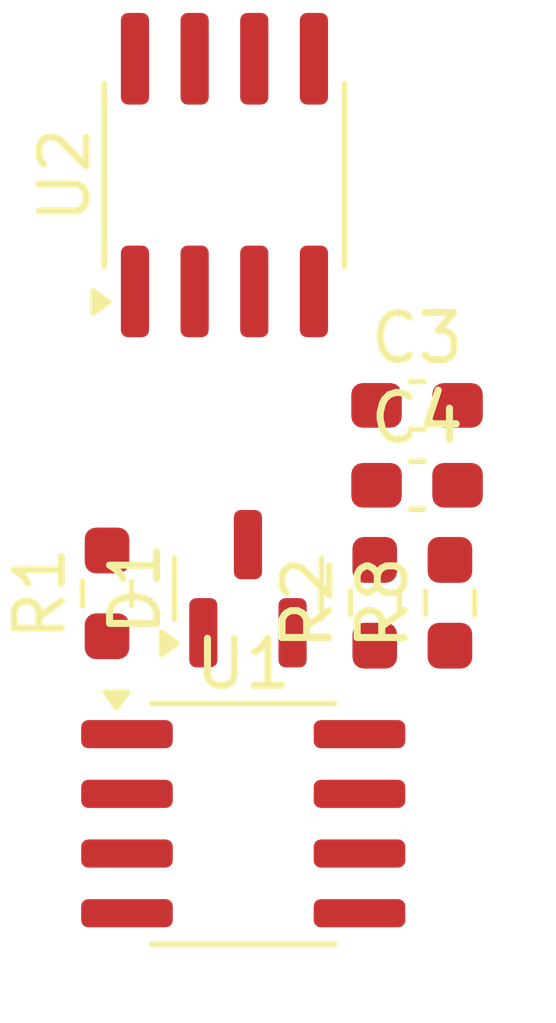
<source format=kicad_pcb>
(kicad_pcb (version 20240108) (generator "pcbnew") (generator_version "8.0")
  (layers (0 "F.Cu" signal) (31 "B.Cu" signal) (34 "B.Paste" user) (35 "F.Paste" user) (36 "B.SilkS" user "B.Silkscreen") (37 "F.SilkS" user "F.Silkscreen") (38 "B.Mask" user) (39 "F.Mask" user) (44 "Edge.Cuts" user))
  (net 0 "")
  (net 1 "Net-(U2A-+)")
  (net 2 "GND")
  (net 3 "Net-(D1-K-Pad3)")
  (net 4 "Net-(U1--)")
  (net 5 "Net-(D1-A)")
  (net 6 "Net-(U2A--)")
  (net 8 "-5V")
  (net 10 "+5V")
  (net 11 "input")
  (footprint "Package_SO:SOIC-8_3.9x4.9mm_P1.27mm" (layer "F.Cu") (at 111 75)
    (property "Reference" "U1" (at 0 -3.4 360) (layer "F.SilkS"))
    (property "Value" "AD8001AR")
    (fp_line (start 0 -2.56) (end -1.95 -2.56) (stroke (width 0.12)) (layer "F.SilkS"))
    (fp_line (start 0 -2.56) (end 1.95 -2.56) (stroke (width 0.12)) (layer "F.SilkS"))
    (fp_line (start 0 2.56) (end -1.95 2.56) (stroke (width 0.12)) (layer "F.SilkS"))
    (fp_line (start 0 2.56) (end 1.95 2.56) (stroke (width 0.12)) (layer "F.SilkS"))
    (fp_poly (pts (xy -2.7 -2.465) (xy -2.94 -2.795) (xy -2.46 -2.795) (xy -2.7 -2.465)) (stroke (width 0.12)) (fill solid) (layer "F.SilkS"))
    (pad "1" smd roundrect (at -2.475 -1.905) (size 1.95 0.6) (layers "F.Cu" "F.Paste" "F.Mask"))
    (pad "2" smd roundrect (at -2.475 -0.635) (size 1.95 0.6) (layers "F.Cu" "F.Paste" "F.Mask") (net 4 "Net-(U1--)"))
    (pad "3" smd roundrect (at -2.475 0.635) (size 1.95 0.6) (layers "F.Cu" "F.Paste" "F.Mask") (net 11 "input"))
    (pad "4" smd roundrect (at -2.475 1.905) (size 1.95 0.6) (layers "F.Cu" "F.Paste" "F.Mask") (net 8 "-5V"))
    (pad "5" smd roundrect (at 2.475 1.905) (size 1.95 0.6) (layers "F.Cu" "F.Paste" "F.Mask"))
    (pad "6" smd roundrect (at 2.475 0.635) (size 1.95 0.6) (layers "F.Cu" "F.Paste" "F.Mask") (net 3 "Net-(D1-K-Pad3)"))
    (pad "7" smd roundrect (at 2.475 -0.635) (size 1.95 0.6) (layers "F.Cu" "F.Paste" "F.Mask") (net 10 "+5V"))
    (pad "8" smd roundrect (at 2.475 -1.905) (size 1.95 0.6) (layers "F.Cu" "F.Paste" "F.Mask"))
  )
  (footprint "Resistor_SMD:R_0603_1608Metric_Pad0.98x0.95mm_HandSolder" (layer "F.Cu") (at 113.8 70.3 90)
    (property "Reference" "R2" (at 0 -1.43 90) (layer "F.SilkS"))
    (property "Value" "200")
    (fp_line (start -0.254724 -0.5225) (end 0.254724 -0.5225) (stroke (width 0.12)) (layer "F.SilkS"))
    (fp_line (start -0.254724 0.5225) (end 0.254724 0.5225) (stroke (width 0.12)) (layer "F.SilkS"))
    (pad "1" smd roundrect (at -0.9125 0 90) (size 0.975 0.95) (layers "F.Cu" "F.Paste" "F.Mask") (net 5 "Net-(D1-A)"))
    (pad "2" smd roundrect (at 0.9125 0 90) (size 0.975 0.95) (layers "F.Cu" "F.Paste" "F.Mask") (net 1 "Net-(U2A-+)"))
  )
  (footprint "Capacitor_SMD:C_0603_1608Metric_Pad1.08x0.95mm_HandSolder" (layer "F.Cu") (at 114.7 67.8)
    (property "Reference" "C4" (at 0 -1.43 0) (layer "F.SilkS"))
    (property "Value" "470p")
    (fp_line (start -0.146267 -0.51) (end 0.146267 -0.51) (stroke (width 0.12)) (layer "F.SilkS"))
    (fp_line (start -0.146267 0.51) (end 0.146267 0.51) (stroke (width 0.12)) (layer "F.SilkS"))
    (pad "1" smd roundrect (at -0.8625 0) (size 1.075 0.95) (layers "F.Cu" "F.Paste" "F.Mask") (net 1 "Net-(U2A-+)"))
    (pad "2" smd roundrect (at 0.8625 0) (size 1.075 0.95) (layers "F.Cu" "F.Paste" "F.Mask") (net 2 "GND"))
  )
  (footprint "Resistor_SMD:R_0603_1608Metric_Pad0.98x0.95mm_HandSolder" (layer "F.Cu") (at 115.4 70.3 90)
    (property "Reference" "R8" (at 0 -1.43 90) (layer "F.SilkS"))
    (property "Value" "1M")
    (fp_line (start -0.254724 -0.5225) (end 0.254724 -0.5225) (stroke (width 0.12)) (layer "F.SilkS"))
    (fp_line (start -0.254724 0.5225) (end 0.254724 0.5225) (stroke (width 0.12)) (layer "F.SilkS"))
    (pad "1" smd roundrect (at -0.9125 0 90) (size 0.975 0.95) (layers "F.Cu" "F.Paste" "F.Mask") (net 2 "GND"))
    (pad "2" smd roundrect (at 0.9125 0 90) (size 0.975 0.95) (layers "F.Cu" "F.Paste" "F.Mask") (net 1 "Net-(U2A-+)"))
  )
  (footprint "Resistor_SMD:R_0603_1608Metric_Pad0.98x0.95mm_HandSolder" (layer "F.Cu") (at 108.1 70.1 90)
    (property "Reference" "R1" (at 0 -1.43 90) (layer "F.SilkS"))
    (property "Value" "200")
    (fp_line (start -0.254724 -0.5225) (end 0.254724 -0.5225) (stroke (width 0.12)) (layer "F.SilkS"))
    (fp_line (start -0.254724 0.5225) (end 0.254724 0.5225) (stroke (width 0.12)) (layer "F.SilkS"))
    (pad "1" smd roundrect (at -0.9125 0 90) (size 0.975 0.95) (layers "F.Cu" "F.Paste" "F.Mask") (net 4 "Net-(U1--)"))
    (pad "2" smd roundrect (at 0.9125 0 90) (size 0.975 0.95) (layers "F.Cu" "F.Paste" "F.Mask") (net 6 "Net-(U2A--)"))
  )
  (footprint "Package_TO_SOT_SMD:SOT-23" (layer "F.Cu") (at 111.1 70 90)
    (property "Reference" "D1" (at 0 -2.4 90) (layer "F.SilkS"))
    (property "Value" "BAV99")
    (fp_line (start 0 -1.56) (end 0.65 -1.56) (stroke (width 0.12)) (layer "F.SilkS"))
    (fp_line (start 0 -1.56) (end -0.65 -1.56) (stroke (width 0.12)) (layer "F.SilkS"))
    (fp_line (start 0 1.56) (end 0.65 1.56) (stroke (width 0.12)) (layer "F.SilkS"))
    (fp_line (start 0 1.56) (end -0.65 1.56) (stroke (width 0.12)) (layer "F.SilkS"))
    (fp_poly (pts (xy -1.1625 -1.51) (xy -1.4025 -1.84) (xy -0.9225 -1.84) (xy -1.1625 -1.51)) (stroke (width 0.12)) (fill solid) (layer "F.SilkS"))
    (pad "1" smd roundrect (at -0.9375 -0.95 90) (size 1.475 0.6) (layers "F.Cu" "F.Paste" "F.Mask") (net 4 "Net-(U1--)"))
    (pad "2" smd roundrect (at -0.9375 0.95 90) (size 1.475 0.6) (layers "F.Cu" "F.Paste" "F.Mask") (net 5 "Net-(D1-A)"))
    (pad "3" smd roundrect (at 0.9375 0 90) (size 1.475 0.6) (layers "F.Cu" "F.Paste" "F.Mask") (net 3 "Net-(D1-K-Pad3)"))
  )
  (footprint "Package_SO:SOIC-8_3.9x4.9mm_P1.27mm" (layer "F.Cu") (at 110.6 61.2 90)
    (property "Reference" "U2" (at 0 -3.4 90) (layer "F.SilkS"))
    (property "Value" "AD8039")
    (fp_line (start 0 -2.56) (end 1.95 -2.56) (stroke (width 0.12)) (layer "F.SilkS"))
    (fp_line (start 0 -2.56) (end -1.95 -2.56) (stroke (width 0.12)) (layer "F.SilkS"))
    (fp_line (start 0 2.56) (end 1.95 2.56) (stroke (width 0.12)) (layer "F.SilkS"))
    (fp_line (start 0 2.56) (end -1.95 2.56) (stroke (width 0.12)) (layer "F.SilkS"))
    (fp_poly (pts (xy -2.7 -2.465) (xy -2.94 -2.795) (xy -2.46 -2.795) (xy -2.7 -2.465)) (stroke (width 0.12)) (fill solid) (layer "F.SilkS"))
    (pad "1" smd roundrect (at -2.475 -1.905 90) (size 1.95 0.6) (layers "F.Cu" "F.Paste" "F.Mask") (net 6 "Net-(U2A--)"))
    (pad "2" smd roundrect (at -2.475 -0.635 90) (size 1.95 0.6) (layers "F.Cu" "F.Paste" "F.Mask") (net 6 "Net-(U2A--)"))
    (pad "3" smd roundrect (at -2.475 0.635 90) (size 1.95 0.6) (layers "F.Cu" "F.Paste" "F.Mask") (net 1 "Net-(U2A-+)"))
    (pad "4" smd roundrect (at -2.475 1.905 90) (size 1.95 0.6) (layers "F.Cu" "F.Paste" "F.Mask") (net 8 "-5V"))
    (pad "5" smd roundrect (at 2.475 1.905 90) (size 1.95 0.6) (layers "F.Cu" "F.Paste" "F.Mask"))
    (pad "6" smd roundrect (at 2.475 0.635 90) (size 1.95 0.6) (layers "F.Cu" "F.Paste" "F.Mask"))
    (pad "7" smd roundrect (at 2.475 -0.635 90) (size 1.95 0.6) (layers "F.Cu" "F.Paste" "F.Mask"))
    (pad "8" smd roundrect (at 2.475 -1.905 90) (size 1.95 0.6) (layers "F.Cu" "F.Paste" "F.Mask") (net 10 "+5V"))
  )
  (footprint "Capacitor_SMD:C_0603_1608Metric_Pad1.08x0.95mm_HandSolder" (layer "F.Cu") (at 114.7 66.1)
    (property "Reference" "C3" (at 0 -1.43 0) (layer "F.SilkS"))
    (property "Value" "470p")
    (fp_line (start -0.146267 -0.51) (end 0.146267 -0.51) (stroke (width 0.12)) (layer "F.SilkS"))
    (fp_line (start -0.146267 0.51) (end 0.146267 0.51) (stroke (width 0.12)) (layer "F.SilkS"))
    (pad "1" smd roundrect (at -0.8625 0) (size 1.075 0.95) (layers "F.Cu" "F.Paste" "F.Mask") (net 1 "Net-(U2A-+)"))
    (pad "2" smd roundrect (at 0.8625 0) (size 1.075 0.95) (layers "F.Cu" "F.Paste" "F.Mask") (net 2 "GND"))
  )
)
</source>
